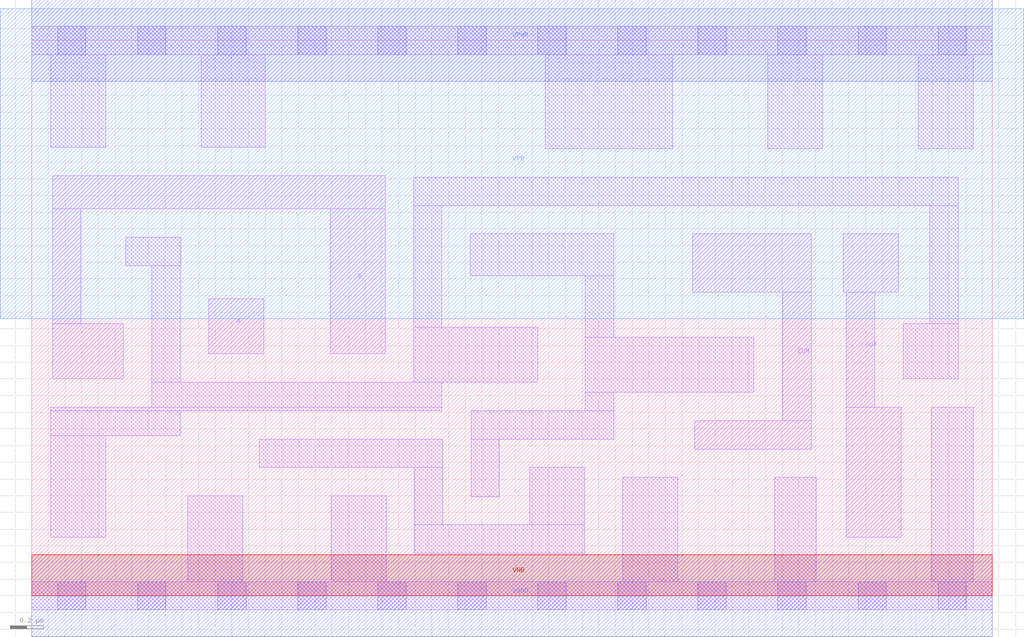
<source format=lef>
# Copyright 2020 The SkyWater PDK Authors
#
# Licensed under the Apache License, Version 2.0 (the "License");
# you may not use this file except in compliance with the License.
# You may obtain a copy of the License at
#
#     https://www.apache.org/licenses/LICENSE-2.0
#
# Unless required by applicable law or agreed to in writing, software
# distributed under the License is distributed on an "AS IS" BASIS,
# WITHOUT WARRANTIES OR CONDITIONS OF ANY KIND, either express or implied.
# See the License for the specific language governing permissions and
# limitations under the License.
#
# SPDX-License-Identifier: Apache-2.0

VERSION 5.7 ;
  NOWIREEXTENSIONATPIN ON ;
  DIVIDERCHAR "/" ;
  BUSBITCHARS "[]" ;
MACRO sky130_fd_sc_ms__ha_2
  CLASS CORE ;
  FOREIGN sky130_fd_sc_ms__ha_2 ;
  ORIGIN  0.000000  0.000000 ;
  SIZE  5.760000 BY  3.330000 ;
  SYMMETRY X Y ;
  SITE unit ;
  PIN A
    ANTENNAGATEAREA  0.582000 ;
    DIRECTION INPUT ;
    USE SIGNAL ;
    PORT
      LAYER li1 ;
        RECT 1.060000 1.450000 1.390000 1.780000 ;
    END
  END A
  PIN B
    ANTENNAGATEAREA  0.582000 ;
    DIRECTION INPUT ;
    USE SIGNAL ;
    PORT
      LAYER li1 ;
        RECT 0.125000 1.300000 0.550000 1.630000 ;
        RECT 0.125000 1.630000 0.295000 2.320000 ;
        RECT 0.125000 2.320000 2.120000 2.520000 ;
        RECT 1.790000 1.450000 2.120000 2.320000 ;
    END
  END B
  PIN COUT
    ANTENNADIFFAREA  0.509600 ;
    DIRECTION OUTPUT ;
    USE SIGNAL ;
    PORT
      LAYER li1 ;
        RECT 4.865000 1.820000 5.195000 2.170000 ;
        RECT 4.885000 0.350000 5.215000 1.130000 ;
        RECT 4.885000 1.130000 5.055000 1.820000 ;
    END
  END COUT
  PIN SUM
    ANTENNADIFFAREA  0.546600 ;
    DIRECTION OUTPUT ;
    USE SIGNAL ;
    PORT
      LAYER li1 ;
        RECT 3.965000 1.820000 4.675000 2.170000 ;
        RECT 3.975000 0.880000 4.675000 1.050000 ;
        RECT 4.505000 1.050000 4.675000 1.820000 ;
    END
  END SUM
  PIN VGND
    DIRECTION INOUT ;
    USE GROUND ;
    PORT
      LAYER met1 ;
        RECT 0.000000 -0.245000 5.760000 0.245000 ;
    END
  END VGND
  PIN VNB
    DIRECTION INOUT ;
    USE GROUND ;
    PORT
      LAYER pwell ;
        RECT 0.000000 0.000000 5.760000 0.245000 ;
    END
  END VNB
  PIN VPB
    DIRECTION INOUT ;
    USE POWER ;
    PORT
      LAYER nwell ;
        RECT -0.190000 1.660000 5.950000 3.520000 ;
    END
  END VPB
  PIN VPWR
    DIRECTION INOUT ;
    USE POWER ;
    PORT
      LAYER met1 ;
        RECT 0.000000 3.085000 5.760000 3.575000 ;
    END
  END VPWR
  OBS
    LAYER li1 ;
      RECT 0.000000 -0.085000 5.760000 0.085000 ;
      RECT 0.000000  3.245000 5.760000 3.415000 ;
      RECT 0.115000  0.350000 0.445000 0.960000 ;
      RECT 0.115000  0.960000 0.890000 1.110000 ;
      RECT 0.115000  1.110000 2.460000 1.130000 ;
      RECT 0.115000  2.690000 0.445000 3.245000 ;
      RECT 0.565000  1.980000 0.895000 2.150000 ;
      RECT 0.720000  1.130000 2.460000 1.280000 ;
      RECT 0.720000  1.280000 0.890000 1.980000 ;
      RECT 0.935000  0.085000 1.265000 0.600000 ;
      RECT 1.015000  2.690000 1.400000 3.245000 ;
      RECT 1.365000  0.770000 2.465000 0.940000 ;
      RECT 1.795000  0.085000 2.125000 0.600000 ;
      RECT 2.290000  1.280000 3.035000 1.610000 ;
      RECT 2.290000  1.610000 2.460000 2.340000 ;
      RECT 2.290000  2.340000 5.555000 2.510000 ;
      RECT 2.295000  0.255000 3.315000 0.425000 ;
      RECT 2.295000  0.425000 2.465000 0.770000 ;
      RECT 2.630000  1.920000 3.490000 2.170000 ;
      RECT 2.635000  0.595000 2.805000 0.940000 ;
      RECT 2.635000  0.940000 3.490000 1.110000 ;
      RECT 2.985000  0.425000 3.315000 0.770000 ;
      RECT 3.080000  2.680000 3.845000 3.245000 ;
      RECT 3.320000  1.110000 3.490000 1.220000 ;
      RECT 3.320000  1.220000 4.330000 1.550000 ;
      RECT 3.320000  1.550000 3.490000 1.920000 ;
      RECT 3.545000  0.085000 3.875000 0.710000 ;
      RECT 4.415000  2.680000 4.745000 3.245000 ;
      RECT 4.455000  0.085000 4.705000 0.710000 ;
      RECT 5.225000  1.300000 5.555000 1.630000 ;
      RECT 5.315000  2.680000 5.645000 3.245000 ;
      RECT 5.385000  1.630000 5.555000 2.340000 ;
      RECT 5.395000  0.085000 5.645000 1.130000 ;
    LAYER mcon ;
      RECT 0.155000 -0.085000 0.325000 0.085000 ;
      RECT 0.155000  3.245000 0.325000 3.415000 ;
      RECT 0.635000 -0.085000 0.805000 0.085000 ;
      RECT 0.635000  3.245000 0.805000 3.415000 ;
      RECT 1.115000 -0.085000 1.285000 0.085000 ;
      RECT 1.115000  3.245000 1.285000 3.415000 ;
      RECT 1.595000 -0.085000 1.765000 0.085000 ;
      RECT 1.595000  3.245000 1.765000 3.415000 ;
      RECT 2.075000 -0.085000 2.245000 0.085000 ;
      RECT 2.075000  3.245000 2.245000 3.415000 ;
      RECT 2.555000 -0.085000 2.725000 0.085000 ;
      RECT 2.555000  3.245000 2.725000 3.415000 ;
      RECT 3.035000 -0.085000 3.205000 0.085000 ;
      RECT 3.035000  3.245000 3.205000 3.415000 ;
      RECT 3.515000 -0.085000 3.685000 0.085000 ;
      RECT 3.515000  3.245000 3.685000 3.415000 ;
      RECT 3.995000 -0.085000 4.165000 0.085000 ;
      RECT 3.995000  3.245000 4.165000 3.415000 ;
      RECT 4.475000 -0.085000 4.645000 0.085000 ;
      RECT 4.475000  3.245000 4.645000 3.415000 ;
      RECT 4.955000 -0.085000 5.125000 0.085000 ;
      RECT 4.955000  3.245000 5.125000 3.415000 ;
      RECT 5.435000 -0.085000 5.605000 0.085000 ;
      RECT 5.435000  3.245000 5.605000 3.415000 ;
  END
END sky130_fd_sc_ms__ha_2
END LIBRARY

</source>
